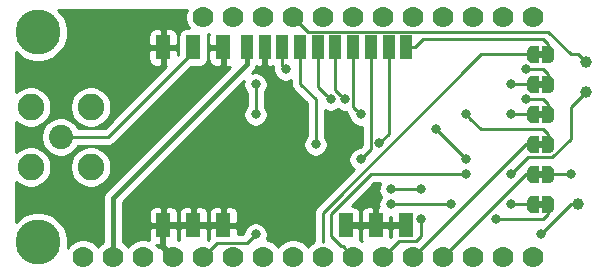
<source format=gbr>
G04 #@! TF.GenerationSoftware,KiCad,Pcbnew,(5.1.0-0)*
G04 #@! TF.CreationDate,2019-05-27T18:32:18+02:00*
G04 #@! TF.ProjectId,huzzah-cc112x-shield,68757a7a-6168-42d6-9363-313132782d73,1*
G04 #@! TF.SameCoordinates,Original*
G04 #@! TF.FileFunction,Copper,L1,Top*
G04 #@! TF.FilePolarity,Positive*
%FSLAX46Y46*%
G04 Gerber Fmt 4.6, Leading zero omitted, Abs format (unit mm)*
G04 Created by KiCad (PCBNEW (5.1.0-0)) date 2019-05-27 18:32:18*
%MOMM*%
%LPD*%
G04 APERTURE LIST*
%ADD10C,0.100000*%
%ADD11C,0.500000*%
%ADD12C,1.000000*%
%ADD13C,1.778000*%
%ADD14C,3.810000*%
%ADD15R,1.000000X2.000000*%
%ADD16R,1.200000X2.000000*%
%ADD17C,2.050000*%
%ADD18C,2.250000*%
%ADD19C,0.800000*%
%ADD20C,0.400000*%
%ADD21C,0.250000*%
%ADD22C,0.500000*%
%ADD23C,0.254000*%
G04 APERTURE END LIST*
D10*
G36*
X58670000Y-22560000D02*
G01*
X58170000Y-22560000D01*
X58170000Y-23160000D01*
X58670000Y-23160000D01*
X58670000Y-22560000D01*
G37*
G36*
X58670000Y-20020000D02*
G01*
X58170000Y-20020000D01*
X58170000Y-20620000D01*
X58670000Y-20620000D01*
X58670000Y-20020000D01*
G37*
G36*
X58670000Y-27640000D02*
G01*
X58170000Y-27640000D01*
X58170000Y-28240000D01*
X58670000Y-28240000D01*
X58670000Y-27640000D01*
G37*
G36*
X58670000Y-25100000D02*
G01*
X58170000Y-25100000D01*
X58170000Y-25700000D01*
X58670000Y-25700000D01*
X58670000Y-25100000D01*
G37*
G36*
X58670000Y-30180000D02*
G01*
X58170000Y-30180000D01*
X58170000Y-30780000D01*
X58670000Y-30780000D01*
X58670000Y-30180000D01*
G37*
G36*
X58670000Y-17480000D02*
G01*
X58170000Y-17480000D01*
X58170000Y-18080000D01*
X58670000Y-18080000D01*
X58670000Y-17480000D01*
G37*
D11*
X57770000Y-22860000D03*
D10*
G36*
X58270000Y-23610000D02*
G01*
X57770000Y-23610000D01*
X57770000Y-23609398D01*
X57745466Y-23609398D01*
X57696635Y-23604588D01*
X57648510Y-23595016D01*
X57601555Y-23580772D01*
X57556222Y-23561995D01*
X57512949Y-23538864D01*
X57472150Y-23511604D01*
X57434221Y-23480476D01*
X57399524Y-23445779D01*
X57368396Y-23407850D01*
X57341136Y-23367051D01*
X57318005Y-23323778D01*
X57299228Y-23278445D01*
X57284984Y-23231490D01*
X57275412Y-23183365D01*
X57270602Y-23134534D01*
X57270602Y-23110000D01*
X57270000Y-23110000D01*
X57270000Y-22610000D01*
X57270602Y-22610000D01*
X57270602Y-22585466D01*
X57275412Y-22536635D01*
X57284984Y-22488510D01*
X57299228Y-22441555D01*
X57318005Y-22396222D01*
X57341136Y-22352949D01*
X57368396Y-22312150D01*
X57399524Y-22274221D01*
X57434221Y-22239524D01*
X57472150Y-22208396D01*
X57512949Y-22181136D01*
X57556222Y-22158005D01*
X57601555Y-22139228D01*
X57648510Y-22124984D01*
X57696635Y-22115412D01*
X57745466Y-22110602D01*
X57770000Y-22110602D01*
X57770000Y-22110000D01*
X58270000Y-22110000D01*
X58270000Y-23610000D01*
X58270000Y-23610000D01*
G37*
D11*
X59070000Y-22860000D03*
D10*
G36*
X59070000Y-22110602D02*
G01*
X59094534Y-22110602D01*
X59143365Y-22115412D01*
X59191490Y-22124984D01*
X59238445Y-22139228D01*
X59283778Y-22158005D01*
X59327051Y-22181136D01*
X59367850Y-22208396D01*
X59405779Y-22239524D01*
X59440476Y-22274221D01*
X59471604Y-22312150D01*
X59498864Y-22352949D01*
X59521995Y-22396222D01*
X59540772Y-22441555D01*
X59555016Y-22488510D01*
X59564588Y-22536635D01*
X59569398Y-22585466D01*
X59569398Y-22610000D01*
X59570000Y-22610000D01*
X59570000Y-23110000D01*
X59569398Y-23110000D01*
X59569398Y-23134534D01*
X59564588Y-23183365D01*
X59555016Y-23231490D01*
X59540772Y-23278445D01*
X59521995Y-23323778D01*
X59498864Y-23367051D01*
X59471604Y-23407850D01*
X59440476Y-23445779D01*
X59405779Y-23480476D01*
X59367850Y-23511604D01*
X59327051Y-23538864D01*
X59283778Y-23561995D01*
X59238445Y-23580772D01*
X59191490Y-23595016D01*
X59143365Y-23604588D01*
X59094534Y-23609398D01*
X59070000Y-23609398D01*
X59070000Y-23610000D01*
X58570000Y-23610000D01*
X58570000Y-22110000D01*
X59070000Y-22110000D01*
X59070000Y-22110602D01*
X59070000Y-22110602D01*
G37*
D12*
X62230000Y-20955000D03*
X62230000Y-18415000D03*
X61595000Y-30480000D03*
D11*
X57770000Y-20320000D03*
D10*
G36*
X58270000Y-21070000D02*
G01*
X57770000Y-21070000D01*
X57770000Y-21069398D01*
X57745466Y-21069398D01*
X57696635Y-21064588D01*
X57648510Y-21055016D01*
X57601555Y-21040772D01*
X57556222Y-21021995D01*
X57512949Y-20998864D01*
X57472150Y-20971604D01*
X57434221Y-20940476D01*
X57399524Y-20905779D01*
X57368396Y-20867850D01*
X57341136Y-20827051D01*
X57318005Y-20783778D01*
X57299228Y-20738445D01*
X57284984Y-20691490D01*
X57275412Y-20643365D01*
X57270602Y-20594534D01*
X57270602Y-20570000D01*
X57270000Y-20570000D01*
X57270000Y-20070000D01*
X57270602Y-20070000D01*
X57270602Y-20045466D01*
X57275412Y-19996635D01*
X57284984Y-19948510D01*
X57299228Y-19901555D01*
X57318005Y-19856222D01*
X57341136Y-19812949D01*
X57368396Y-19772150D01*
X57399524Y-19734221D01*
X57434221Y-19699524D01*
X57472150Y-19668396D01*
X57512949Y-19641136D01*
X57556222Y-19618005D01*
X57601555Y-19599228D01*
X57648510Y-19584984D01*
X57696635Y-19575412D01*
X57745466Y-19570602D01*
X57770000Y-19570602D01*
X57770000Y-19570000D01*
X58270000Y-19570000D01*
X58270000Y-21070000D01*
X58270000Y-21070000D01*
G37*
D11*
X59070000Y-20320000D03*
D10*
G36*
X59070000Y-19570602D02*
G01*
X59094534Y-19570602D01*
X59143365Y-19575412D01*
X59191490Y-19584984D01*
X59238445Y-19599228D01*
X59283778Y-19618005D01*
X59327051Y-19641136D01*
X59367850Y-19668396D01*
X59405779Y-19699524D01*
X59440476Y-19734221D01*
X59471604Y-19772150D01*
X59498864Y-19812949D01*
X59521995Y-19856222D01*
X59540772Y-19901555D01*
X59555016Y-19948510D01*
X59564588Y-19996635D01*
X59569398Y-20045466D01*
X59569398Y-20070000D01*
X59570000Y-20070000D01*
X59570000Y-20570000D01*
X59569398Y-20570000D01*
X59569398Y-20594534D01*
X59564588Y-20643365D01*
X59555016Y-20691490D01*
X59540772Y-20738445D01*
X59521995Y-20783778D01*
X59498864Y-20827051D01*
X59471604Y-20867850D01*
X59440476Y-20905779D01*
X59405779Y-20940476D01*
X59367850Y-20971604D01*
X59327051Y-20998864D01*
X59283778Y-21021995D01*
X59238445Y-21040772D01*
X59191490Y-21055016D01*
X59143365Y-21064588D01*
X59094534Y-21069398D01*
X59070000Y-21069398D01*
X59070000Y-21070000D01*
X58570000Y-21070000D01*
X58570000Y-19570000D01*
X59070000Y-19570000D01*
X59070000Y-19570602D01*
X59070000Y-19570602D01*
G37*
D11*
X57770000Y-27940000D03*
D10*
G36*
X58270000Y-28690000D02*
G01*
X57770000Y-28690000D01*
X57770000Y-28689398D01*
X57745466Y-28689398D01*
X57696635Y-28684588D01*
X57648510Y-28675016D01*
X57601555Y-28660772D01*
X57556222Y-28641995D01*
X57512949Y-28618864D01*
X57472150Y-28591604D01*
X57434221Y-28560476D01*
X57399524Y-28525779D01*
X57368396Y-28487850D01*
X57341136Y-28447051D01*
X57318005Y-28403778D01*
X57299228Y-28358445D01*
X57284984Y-28311490D01*
X57275412Y-28263365D01*
X57270602Y-28214534D01*
X57270602Y-28190000D01*
X57270000Y-28190000D01*
X57270000Y-27690000D01*
X57270602Y-27690000D01*
X57270602Y-27665466D01*
X57275412Y-27616635D01*
X57284984Y-27568510D01*
X57299228Y-27521555D01*
X57318005Y-27476222D01*
X57341136Y-27432949D01*
X57368396Y-27392150D01*
X57399524Y-27354221D01*
X57434221Y-27319524D01*
X57472150Y-27288396D01*
X57512949Y-27261136D01*
X57556222Y-27238005D01*
X57601555Y-27219228D01*
X57648510Y-27204984D01*
X57696635Y-27195412D01*
X57745466Y-27190602D01*
X57770000Y-27190602D01*
X57770000Y-27190000D01*
X58270000Y-27190000D01*
X58270000Y-28690000D01*
X58270000Y-28690000D01*
G37*
D11*
X59070000Y-27940000D03*
D10*
G36*
X59070000Y-27190602D02*
G01*
X59094534Y-27190602D01*
X59143365Y-27195412D01*
X59191490Y-27204984D01*
X59238445Y-27219228D01*
X59283778Y-27238005D01*
X59327051Y-27261136D01*
X59367850Y-27288396D01*
X59405779Y-27319524D01*
X59440476Y-27354221D01*
X59471604Y-27392150D01*
X59498864Y-27432949D01*
X59521995Y-27476222D01*
X59540772Y-27521555D01*
X59555016Y-27568510D01*
X59564588Y-27616635D01*
X59569398Y-27665466D01*
X59569398Y-27690000D01*
X59570000Y-27690000D01*
X59570000Y-28190000D01*
X59569398Y-28190000D01*
X59569398Y-28214534D01*
X59564588Y-28263365D01*
X59555016Y-28311490D01*
X59540772Y-28358445D01*
X59521995Y-28403778D01*
X59498864Y-28447051D01*
X59471604Y-28487850D01*
X59440476Y-28525779D01*
X59405779Y-28560476D01*
X59367850Y-28591604D01*
X59327051Y-28618864D01*
X59283778Y-28641995D01*
X59238445Y-28660772D01*
X59191490Y-28675016D01*
X59143365Y-28684588D01*
X59094534Y-28689398D01*
X59070000Y-28689398D01*
X59070000Y-28690000D01*
X58570000Y-28690000D01*
X58570000Y-27190000D01*
X59070000Y-27190000D01*
X59070000Y-27190602D01*
X59070000Y-27190602D01*
G37*
D11*
X57770000Y-25400000D03*
D10*
G36*
X58270000Y-26150000D02*
G01*
X57770000Y-26150000D01*
X57770000Y-26149398D01*
X57745466Y-26149398D01*
X57696635Y-26144588D01*
X57648510Y-26135016D01*
X57601555Y-26120772D01*
X57556222Y-26101995D01*
X57512949Y-26078864D01*
X57472150Y-26051604D01*
X57434221Y-26020476D01*
X57399524Y-25985779D01*
X57368396Y-25947850D01*
X57341136Y-25907051D01*
X57318005Y-25863778D01*
X57299228Y-25818445D01*
X57284984Y-25771490D01*
X57275412Y-25723365D01*
X57270602Y-25674534D01*
X57270602Y-25650000D01*
X57270000Y-25650000D01*
X57270000Y-25150000D01*
X57270602Y-25150000D01*
X57270602Y-25125466D01*
X57275412Y-25076635D01*
X57284984Y-25028510D01*
X57299228Y-24981555D01*
X57318005Y-24936222D01*
X57341136Y-24892949D01*
X57368396Y-24852150D01*
X57399524Y-24814221D01*
X57434221Y-24779524D01*
X57472150Y-24748396D01*
X57512949Y-24721136D01*
X57556222Y-24698005D01*
X57601555Y-24679228D01*
X57648510Y-24664984D01*
X57696635Y-24655412D01*
X57745466Y-24650602D01*
X57770000Y-24650602D01*
X57770000Y-24650000D01*
X58270000Y-24650000D01*
X58270000Y-26150000D01*
X58270000Y-26150000D01*
G37*
D11*
X59070000Y-25400000D03*
D10*
G36*
X59070000Y-24650602D02*
G01*
X59094534Y-24650602D01*
X59143365Y-24655412D01*
X59191490Y-24664984D01*
X59238445Y-24679228D01*
X59283778Y-24698005D01*
X59327051Y-24721136D01*
X59367850Y-24748396D01*
X59405779Y-24779524D01*
X59440476Y-24814221D01*
X59471604Y-24852150D01*
X59498864Y-24892949D01*
X59521995Y-24936222D01*
X59540772Y-24981555D01*
X59555016Y-25028510D01*
X59564588Y-25076635D01*
X59569398Y-25125466D01*
X59569398Y-25150000D01*
X59570000Y-25150000D01*
X59570000Y-25650000D01*
X59569398Y-25650000D01*
X59569398Y-25674534D01*
X59564588Y-25723365D01*
X59555016Y-25771490D01*
X59540772Y-25818445D01*
X59521995Y-25863778D01*
X59498864Y-25907051D01*
X59471604Y-25947850D01*
X59440476Y-25985779D01*
X59405779Y-26020476D01*
X59367850Y-26051604D01*
X59327051Y-26078864D01*
X59283778Y-26101995D01*
X59238445Y-26120772D01*
X59191490Y-26135016D01*
X59143365Y-26144588D01*
X59094534Y-26149398D01*
X59070000Y-26149398D01*
X59070000Y-26150000D01*
X58570000Y-26150000D01*
X58570000Y-24650000D01*
X59070000Y-24650000D01*
X59070000Y-24650602D01*
X59070000Y-24650602D01*
G37*
D11*
X57770000Y-30480000D03*
D10*
G36*
X58270000Y-31230000D02*
G01*
X57770000Y-31230000D01*
X57770000Y-31229398D01*
X57745466Y-31229398D01*
X57696635Y-31224588D01*
X57648510Y-31215016D01*
X57601555Y-31200772D01*
X57556222Y-31181995D01*
X57512949Y-31158864D01*
X57472150Y-31131604D01*
X57434221Y-31100476D01*
X57399524Y-31065779D01*
X57368396Y-31027850D01*
X57341136Y-30987051D01*
X57318005Y-30943778D01*
X57299228Y-30898445D01*
X57284984Y-30851490D01*
X57275412Y-30803365D01*
X57270602Y-30754534D01*
X57270602Y-30730000D01*
X57270000Y-30730000D01*
X57270000Y-30230000D01*
X57270602Y-30230000D01*
X57270602Y-30205466D01*
X57275412Y-30156635D01*
X57284984Y-30108510D01*
X57299228Y-30061555D01*
X57318005Y-30016222D01*
X57341136Y-29972949D01*
X57368396Y-29932150D01*
X57399524Y-29894221D01*
X57434221Y-29859524D01*
X57472150Y-29828396D01*
X57512949Y-29801136D01*
X57556222Y-29778005D01*
X57601555Y-29759228D01*
X57648510Y-29744984D01*
X57696635Y-29735412D01*
X57745466Y-29730602D01*
X57770000Y-29730602D01*
X57770000Y-29730000D01*
X58270000Y-29730000D01*
X58270000Y-31230000D01*
X58270000Y-31230000D01*
G37*
D11*
X59070000Y-30480000D03*
D10*
G36*
X59070000Y-29730602D02*
G01*
X59094534Y-29730602D01*
X59143365Y-29735412D01*
X59191490Y-29744984D01*
X59238445Y-29759228D01*
X59283778Y-29778005D01*
X59327051Y-29801136D01*
X59367850Y-29828396D01*
X59405779Y-29859524D01*
X59440476Y-29894221D01*
X59471604Y-29932150D01*
X59498864Y-29972949D01*
X59521995Y-30016222D01*
X59540772Y-30061555D01*
X59555016Y-30108510D01*
X59564588Y-30156635D01*
X59569398Y-30205466D01*
X59569398Y-30230000D01*
X59570000Y-30230000D01*
X59570000Y-30730000D01*
X59569398Y-30730000D01*
X59569398Y-30754534D01*
X59564588Y-30803365D01*
X59555016Y-30851490D01*
X59540772Y-30898445D01*
X59521995Y-30943778D01*
X59498864Y-30987051D01*
X59471604Y-31027850D01*
X59440476Y-31065779D01*
X59405779Y-31100476D01*
X59367850Y-31131604D01*
X59327051Y-31158864D01*
X59283778Y-31181995D01*
X59238445Y-31200772D01*
X59191490Y-31215016D01*
X59143365Y-31224588D01*
X59094534Y-31229398D01*
X59070000Y-31229398D01*
X59070000Y-31230000D01*
X58570000Y-31230000D01*
X58570000Y-29730000D01*
X59070000Y-29730000D01*
X59070000Y-29730602D01*
X59070000Y-29730602D01*
G37*
D11*
X57770000Y-17780000D03*
D10*
G36*
X58270000Y-18530000D02*
G01*
X57770000Y-18530000D01*
X57770000Y-18529398D01*
X57745466Y-18529398D01*
X57696635Y-18524588D01*
X57648510Y-18515016D01*
X57601555Y-18500772D01*
X57556222Y-18481995D01*
X57512949Y-18458864D01*
X57472150Y-18431604D01*
X57434221Y-18400476D01*
X57399524Y-18365779D01*
X57368396Y-18327850D01*
X57341136Y-18287051D01*
X57318005Y-18243778D01*
X57299228Y-18198445D01*
X57284984Y-18151490D01*
X57275412Y-18103365D01*
X57270602Y-18054534D01*
X57270602Y-18030000D01*
X57270000Y-18030000D01*
X57270000Y-17530000D01*
X57270602Y-17530000D01*
X57270602Y-17505466D01*
X57275412Y-17456635D01*
X57284984Y-17408510D01*
X57299228Y-17361555D01*
X57318005Y-17316222D01*
X57341136Y-17272949D01*
X57368396Y-17232150D01*
X57399524Y-17194221D01*
X57434221Y-17159524D01*
X57472150Y-17128396D01*
X57512949Y-17101136D01*
X57556222Y-17078005D01*
X57601555Y-17059228D01*
X57648510Y-17044984D01*
X57696635Y-17035412D01*
X57745466Y-17030602D01*
X57770000Y-17030602D01*
X57770000Y-17030000D01*
X58270000Y-17030000D01*
X58270000Y-18530000D01*
X58270000Y-18530000D01*
G37*
D11*
X59070000Y-17780000D03*
D10*
G36*
X59070000Y-17030602D02*
G01*
X59094534Y-17030602D01*
X59143365Y-17035412D01*
X59191490Y-17044984D01*
X59238445Y-17059228D01*
X59283778Y-17078005D01*
X59327051Y-17101136D01*
X59367850Y-17128396D01*
X59405779Y-17159524D01*
X59440476Y-17194221D01*
X59471604Y-17232150D01*
X59498864Y-17272949D01*
X59521995Y-17316222D01*
X59540772Y-17361555D01*
X59555016Y-17408510D01*
X59564588Y-17456635D01*
X59569398Y-17505466D01*
X59569398Y-17530000D01*
X59570000Y-17530000D01*
X59570000Y-18030000D01*
X59569398Y-18030000D01*
X59569398Y-18054534D01*
X59564588Y-18103365D01*
X59555016Y-18151490D01*
X59540772Y-18198445D01*
X59521995Y-18243778D01*
X59498864Y-18287051D01*
X59471604Y-18327850D01*
X59440476Y-18365779D01*
X59405779Y-18400476D01*
X59367850Y-18431604D01*
X59327051Y-18458864D01*
X59283778Y-18481995D01*
X59238445Y-18500772D01*
X59191490Y-18515016D01*
X59143365Y-18524588D01*
X59094534Y-18529398D01*
X59070000Y-18529398D01*
X59070000Y-18530000D01*
X58570000Y-18530000D01*
X58570000Y-17030000D01*
X59070000Y-17030000D01*
X59070000Y-17030602D01*
X59070000Y-17030602D01*
G37*
D13*
X19685000Y-34925000D03*
X22225000Y-34925000D03*
X24765000Y-34925000D03*
X27305000Y-34925000D03*
X57785000Y-34925000D03*
X55245000Y-34925000D03*
X52705000Y-34925000D03*
X50165000Y-34925000D03*
X47625000Y-34925000D03*
X45085000Y-34925000D03*
X42545000Y-34925000D03*
X40005000Y-34925000D03*
X37465000Y-34925000D03*
X34925000Y-34925000D03*
X32385000Y-34925000D03*
X29845000Y-34925000D03*
X57785000Y-14605000D03*
X55245000Y-14605000D03*
X52705000Y-14605000D03*
X50165000Y-14605000D03*
X47625000Y-14605000D03*
X45085000Y-14605000D03*
X42545000Y-14605000D03*
X40005000Y-14605000D03*
X37465000Y-14605000D03*
X34925000Y-14605000D03*
X32385000Y-14605000D03*
X29845000Y-14605000D03*
D14*
X15875000Y-33655000D03*
X15875000Y-15875000D03*
D15*
X47050000Y-17190000D03*
X45550000Y-17190000D03*
X44050000Y-17190000D03*
X42550000Y-17190000D03*
X41050000Y-17190000D03*
X39550000Y-17190000D03*
X38050000Y-17190000D03*
X36550000Y-17190000D03*
X35050000Y-17190000D03*
X33550000Y-17190000D03*
D16*
X31530000Y-17190000D03*
X28990000Y-17190000D03*
X26450000Y-17190000D03*
X46980000Y-32250000D03*
X44440000Y-32250000D03*
X41900000Y-32250000D03*
X31560000Y-32250000D03*
X29020000Y-32250000D03*
X26480000Y-32250000D03*
D17*
X17780000Y-24765000D03*
D18*
X20320000Y-22225000D03*
X15240000Y-22225000D03*
X15240000Y-27305000D03*
X20320000Y-27305000D03*
D19*
X34290000Y-22860000D03*
X34290000Y-20320000D03*
X34290000Y-33020000D03*
X55880000Y-20320000D03*
X55880000Y-30480000D03*
X50800000Y-30480000D03*
X45720000Y-30480000D03*
X58420000Y-33020000D03*
X55880000Y-27940000D03*
X52070000Y-27940000D03*
X48260000Y-31750000D03*
X55880000Y-22860000D03*
X44450000Y-29210000D03*
X41910000Y-27940000D03*
X44775000Y-25250068D03*
X54610000Y-31750000D03*
X48260000Y-29210000D03*
X43180000Y-26670000D03*
X45720012Y-29210000D03*
X43180000Y-22860000D03*
X52070010Y-22860000D03*
X57150000Y-21590000D03*
X41824996Y-21590000D03*
X60960000Y-27940000D03*
X40640012Y-21590000D03*
X49530000Y-24130000D03*
X52069970Y-26670000D03*
X39370000Y-25400000D03*
X57150094Y-19050000D03*
X36830000Y-19050000D03*
D20*
X22225000Y-33667765D02*
X22225000Y-34925000D01*
X22225000Y-29915000D02*
X22225000Y-33667765D01*
X33550000Y-18590000D02*
X22225000Y-29915000D01*
X33550000Y-17190000D02*
X33550000Y-18590000D01*
D21*
X19229568Y-24765000D02*
X17780000Y-24765000D01*
X21815000Y-24765000D02*
X19229568Y-24765000D01*
X28990000Y-17590000D02*
X21815000Y-24765000D01*
X28990000Y-17190000D02*
X28990000Y-17590000D01*
X60960000Y-17780000D02*
X61595000Y-17780000D01*
X59044999Y-15864999D02*
X60960000Y-17780000D01*
X38724999Y-15864999D02*
X59044999Y-15864999D01*
X61595000Y-17780000D02*
X62230000Y-18415000D01*
X37465000Y-14605000D02*
X38724999Y-15864999D01*
X34290000Y-22860000D02*
X34290000Y-20320000D01*
X30733999Y-34036001D02*
X29845000Y-34925000D01*
X31059001Y-33710999D02*
X30733999Y-34036001D01*
X33599001Y-33710999D02*
X31059001Y-33710999D01*
X34290000Y-33020000D02*
X33599001Y-33710999D01*
X57770000Y-20320000D02*
X55880000Y-20320000D01*
X57770000Y-30480000D02*
X55880000Y-30480000D01*
X50800000Y-30480000D02*
X45720000Y-30480000D01*
X60960000Y-30480000D02*
X58420000Y-33020000D01*
X60960000Y-30480000D02*
X61595000Y-30480000D01*
X40005000Y-31163998D02*
X40005000Y-33667765D01*
X57770000Y-17780000D02*
X53388998Y-17780000D01*
X53388998Y-17780000D02*
X40005000Y-31163998D01*
X57344990Y-26475010D02*
X55880000Y-27940000D01*
X59408328Y-26475010D02*
X57344990Y-26475010D01*
X60960000Y-24923338D02*
X59408328Y-26475010D01*
X40640000Y-33175002D02*
X40640000Y-31324998D01*
X41500999Y-34036001D02*
X40640000Y-33175002D01*
X40640000Y-31324998D02*
X44024998Y-27940000D01*
X51504315Y-27940000D02*
X52070000Y-27940000D01*
X41656001Y-34036001D02*
X41500999Y-34036001D01*
X44024998Y-27940000D02*
X51504315Y-27940000D01*
X42545000Y-34925000D02*
X41656001Y-34036001D01*
X60960000Y-22225000D02*
X62230000Y-20955000D01*
X60960000Y-24923338D02*
X60960000Y-22225000D01*
X48260000Y-33155002D02*
X48260000Y-31750000D01*
X47840001Y-33575001D02*
X48260000Y-33155002D01*
X45085000Y-34925000D02*
X46434999Y-33575001D01*
X46434999Y-33575001D02*
X47840001Y-33575001D01*
X55880000Y-22860000D02*
X57770000Y-22860000D01*
X57150000Y-25400000D02*
X47625000Y-34925000D01*
X57770000Y-25400000D02*
X57150000Y-25400000D01*
X57150000Y-27940000D02*
X50165000Y-34925000D01*
X57770000Y-27940000D02*
X57150000Y-27940000D01*
D22*
X26480000Y-34100000D02*
X27305000Y-34925000D01*
X26480000Y-32250000D02*
X26480000Y-34100000D01*
X27330000Y-32250000D02*
X29020000Y-32250000D01*
X26480000Y-32250000D02*
X27330000Y-32250000D01*
X30710000Y-32250000D02*
X29020000Y-32250000D01*
X31560000Y-32250000D02*
X30710000Y-32250000D01*
X42750000Y-32250000D02*
X44440000Y-32250000D01*
X41900000Y-32250000D02*
X42750000Y-32250000D01*
X45290000Y-32250000D02*
X46980000Y-32250000D01*
X44440000Y-32250000D02*
X45290000Y-32250000D01*
D21*
X47800000Y-17190000D02*
X47050000Y-17190000D01*
X48480000Y-16510000D02*
X47800000Y-17190000D01*
X58647592Y-16510000D02*
X48480000Y-16510000D01*
X59070000Y-16932408D02*
X58647592Y-16510000D01*
X59070000Y-17780000D02*
X59070000Y-16932408D01*
X45550000Y-17190000D02*
X45550000Y-24475068D01*
X45550000Y-24475068D02*
X44775000Y-25250068D01*
X58647592Y-31750000D02*
X54610000Y-31750000D01*
X59070000Y-31327592D02*
X58647592Y-31750000D01*
X44050000Y-25800000D02*
X44050000Y-17190000D01*
X43180000Y-26670000D02*
X44050000Y-25800000D01*
X59070000Y-30480000D02*
X59070000Y-31327592D01*
X48260000Y-29210000D02*
X45720012Y-29210000D01*
X42550000Y-17190000D02*
X42550000Y-22230000D01*
X42550000Y-22230000D02*
X42780001Y-22460001D01*
X42780001Y-22460001D02*
X43180000Y-22860000D01*
X52470009Y-23259999D02*
X52070010Y-22860000D01*
X59070000Y-24552408D02*
X58647592Y-24130000D01*
X59070000Y-25400000D02*
X59070000Y-24552408D01*
X58647592Y-24130000D02*
X53340010Y-24130000D01*
X53340010Y-24130000D02*
X52470009Y-23259999D01*
X57150000Y-21590000D02*
X58647592Y-21590000D01*
X58647592Y-21590000D02*
X59070000Y-22012408D01*
X59070000Y-22860000D02*
X59070000Y-22012408D01*
X41050000Y-17190000D02*
X41050000Y-20815004D01*
X41050000Y-20815004D02*
X41424997Y-21190001D01*
X41424997Y-21190001D02*
X41824996Y-21590000D01*
X59070000Y-27940000D02*
X60960000Y-27940000D01*
X39550000Y-17190000D02*
X39550000Y-20499988D01*
X39550000Y-20499988D02*
X40240013Y-21190001D01*
X40240013Y-21190001D02*
X40640012Y-21590000D01*
X49530000Y-24130000D02*
X52069970Y-26669970D01*
X52069970Y-26669970D02*
X52069970Y-26670000D01*
X38050000Y-20270000D02*
X38050000Y-17190000D01*
X39370000Y-25400000D02*
X39370000Y-21590000D01*
X39370000Y-21590000D02*
X38050000Y-20270000D01*
X59070000Y-19472408D02*
X58647592Y-19050000D01*
X57715779Y-19050000D02*
X57150094Y-19050000D01*
X58647592Y-19050000D02*
X57715779Y-19050000D01*
X59070000Y-20320000D02*
X59070000Y-19472408D01*
X36550000Y-17190000D02*
X36550000Y-18770000D01*
X36550000Y-18770000D02*
X36830000Y-19050000D01*
D23*
G36*
X27498748Y-34910858D02*
G01*
X27484605Y-34925000D01*
X27498748Y-34939143D01*
X27319143Y-35118748D01*
X27305000Y-35104605D01*
X27290858Y-35118748D01*
X27111253Y-34939143D01*
X27125395Y-34925000D01*
X27111253Y-34910858D01*
X27290858Y-34731253D01*
X27305000Y-34745395D01*
X27319143Y-34731253D01*
X27498748Y-34910858D01*
X27498748Y-34910858D01*
G37*
X27498748Y-34910858D02*
X27484605Y-34925000D01*
X27498748Y-34939143D01*
X27319143Y-35118748D01*
X27305000Y-35104605D01*
X27290858Y-35118748D01*
X27111253Y-34939143D01*
X27125395Y-34925000D01*
X27111253Y-34910858D01*
X27290858Y-34731253D01*
X27305000Y-34745395D01*
X27319143Y-34731253D01*
X27498748Y-34910858D01*
G36*
X28379566Y-14160466D02*
G01*
X28321000Y-14454899D01*
X28321000Y-14755101D01*
X28379566Y-15049534D01*
X28494449Y-15326885D01*
X28644818Y-15551928D01*
X28390000Y-15551928D01*
X28265518Y-15564188D01*
X28145820Y-15600498D01*
X28035506Y-15659463D01*
X27938815Y-15738815D01*
X27859463Y-15835506D01*
X27800498Y-15945820D01*
X27764188Y-16065518D01*
X27751928Y-16190000D01*
X27751928Y-17753270D01*
X27686475Y-17818723D01*
X27685000Y-17475750D01*
X27526250Y-17317000D01*
X26577000Y-17317000D01*
X26577000Y-18666250D01*
X26707974Y-18797224D01*
X21500199Y-24005000D01*
X19261969Y-24005000D01*
X19251073Y-23978695D01*
X19069406Y-23706812D01*
X18838188Y-23475594D01*
X18566305Y-23293927D01*
X18264204Y-23168793D01*
X17943496Y-23105000D01*
X17616504Y-23105000D01*
X17295796Y-23168793D01*
X16993695Y-23293927D01*
X16721812Y-23475594D01*
X16490594Y-23706812D01*
X16308927Y-23978695D01*
X16183793Y-24280796D01*
X16120000Y-24601504D01*
X16120000Y-24928496D01*
X16183793Y-25249204D01*
X16308927Y-25551305D01*
X16490594Y-25823188D01*
X16721812Y-26054406D01*
X16993695Y-26236073D01*
X17295796Y-26361207D01*
X17616504Y-26425000D01*
X17943496Y-26425000D01*
X18264204Y-26361207D01*
X18566305Y-26236073D01*
X18838188Y-26054406D01*
X19069406Y-25823188D01*
X19251073Y-25551305D01*
X19261969Y-25525000D01*
X21777678Y-25525000D01*
X21815000Y-25528676D01*
X21852322Y-25525000D01*
X21852333Y-25525000D01*
X21963986Y-25514003D01*
X22107247Y-25470546D01*
X22239276Y-25399974D01*
X22355001Y-25305001D01*
X22378804Y-25275997D01*
X28826730Y-18828072D01*
X29590000Y-18828072D01*
X29714482Y-18815812D01*
X29834180Y-18779502D01*
X29944494Y-18720537D01*
X30041185Y-18641185D01*
X30120537Y-18544494D01*
X30179502Y-18434180D01*
X30215812Y-18314482D01*
X30228072Y-18190000D01*
X30291928Y-18190000D01*
X30304188Y-18314482D01*
X30340498Y-18434180D01*
X30399463Y-18544494D01*
X30478815Y-18641185D01*
X30575506Y-18720537D01*
X30685820Y-18779502D01*
X30805518Y-18815812D01*
X30930000Y-18828072D01*
X31244250Y-18825000D01*
X31403000Y-18666250D01*
X31403000Y-17317000D01*
X30453750Y-17317000D01*
X30295000Y-17475750D01*
X30291928Y-18190000D01*
X30228072Y-18190000D01*
X30228072Y-16190000D01*
X30217703Y-16084722D01*
X30289534Y-16070434D01*
X30304588Y-16064198D01*
X30304188Y-16065518D01*
X30291928Y-16190000D01*
X30295000Y-16904250D01*
X30453750Y-17063000D01*
X31403000Y-17063000D01*
X31403000Y-17043000D01*
X31657000Y-17043000D01*
X31657000Y-17063000D01*
X31677000Y-17063000D01*
X31677000Y-17317000D01*
X31657000Y-17317000D01*
X31657000Y-18666250D01*
X31815750Y-18825000D01*
X32130000Y-18828072D01*
X32131175Y-18827956D01*
X21663579Y-29295554D01*
X21631709Y-29321709D01*
X21530528Y-29445000D01*
X21527364Y-29448855D01*
X21449828Y-29593914D01*
X21402082Y-29751312D01*
X21385960Y-29915000D01*
X21390000Y-29956019D01*
X21390001Y-33626737D01*
X21390000Y-33626747D01*
X21390000Y-33650030D01*
X21253507Y-33741232D01*
X21041232Y-33953507D01*
X20955000Y-34082562D01*
X20868768Y-33953507D01*
X20656493Y-33741232D01*
X20406885Y-33574449D01*
X20129534Y-33459566D01*
X19835101Y-33401000D01*
X19534899Y-33401000D01*
X19240466Y-33459566D01*
X18963115Y-33574449D01*
X18713507Y-33741232D01*
X18501232Y-33953507D01*
X18364757Y-34157756D01*
X18415000Y-33905168D01*
X18415000Y-33404832D01*
X18317389Y-32914109D01*
X18125919Y-32451859D01*
X17847947Y-32035844D01*
X17494156Y-31682053D01*
X17078141Y-31404081D01*
X16615891Y-31212611D01*
X16125168Y-31115000D01*
X15624832Y-31115000D01*
X15134109Y-31212611D01*
X14671859Y-31404081D01*
X14255844Y-31682053D01*
X13995000Y-31942897D01*
X13995000Y-28549016D01*
X14118065Y-28672081D01*
X14406327Y-28864692D01*
X14726627Y-28997364D01*
X15066655Y-29065000D01*
X15413345Y-29065000D01*
X15753373Y-28997364D01*
X16073673Y-28864692D01*
X16361935Y-28672081D01*
X16607081Y-28426935D01*
X16799692Y-28138673D01*
X16932364Y-27818373D01*
X17000000Y-27478345D01*
X17000000Y-27131655D01*
X18560000Y-27131655D01*
X18560000Y-27478345D01*
X18627636Y-27818373D01*
X18760308Y-28138673D01*
X18952919Y-28426935D01*
X19198065Y-28672081D01*
X19486327Y-28864692D01*
X19806627Y-28997364D01*
X20146655Y-29065000D01*
X20493345Y-29065000D01*
X20833373Y-28997364D01*
X21153673Y-28864692D01*
X21441935Y-28672081D01*
X21687081Y-28426935D01*
X21879692Y-28138673D01*
X22012364Y-27818373D01*
X22080000Y-27478345D01*
X22080000Y-27131655D01*
X22012364Y-26791627D01*
X21879692Y-26471327D01*
X21687081Y-26183065D01*
X21441935Y-25937919D01*
X21153673Y-25745308D01*
X20833373Y-25612636D01*
X20493345Y-25545000D01*
X20146655Y-25545000D01*
X19806627Y-25612636D01*
X19486327Y-25745308D01*
X19198065Y-25937919D01*
X18952919Y-26183065D01*
X18760308Y-26471327D01*
X18627636Y-26791627D01*
X18560000Y-27131655D01*
X17000000Y-27131655D01*
X16932364Y-26791627D01*
X16799692Y-26471327D01*
X16607081Y-26183065D01*
X16361935Y-25937919D01*
X16073673Y-25745308D01*
X15753373Y-25612636D01*
X15413345Y-25545000D01*
X15066655Y-25545000D01*
X14726627Y-25612636D01*
X14406327Y-25745308D01*
X14118065Y-25937919D01*
X13995000Y-26060984D01*
X13995000Y-23469016D01*
X14118065Y-23592081D01*
X14406327Y-23784692D01*
X14726627Y-23917364D01*
X15066655Y-23985000D01*
X15413345Y-23985000D01*
X15753373Y-23917364D01*
X16073673Y-23784692D01*
X16361935Y-23592081D01*
X16607081Y-23346935D01*
X16799692Y-23058673D01*
X16932364Y-22738373D01*
X17000000Y-22398345D01*
X17000000Y-22051655D01*
X18560000Y-22051655D01*
X18560000Y-22398345D01*
X18627636Y-22738373D01*
X18760308Y-23058673D01*
X18952919Y-23346935D01*
X19198065Y-23592081D01*
X19486327Y-23784692D01*
X19806627Y-23917364D01*
X20146655Y-23985000D01*
X20493345Y-23985000D01*
X20833373Y-23917364D01*
X21153673Y-23784692D01*
X21441935Y-23592081D01*
X21687081Y-23346935D01*
X21879692Y-23058673D01*
X22012364Y-22738373D01*
X22080000Y-22398345D01*
X22080000Y-22051655D01*
X22012364Y-21711627D01*
X21879692Y-21391327D01*
X21687081Y-21103065D01*
X21441935Y-20857919D01*
X21153673Y-20665308D01*
X20833373Y-20532636D01*
X20493345Y-20465000D01*
X20146655Y-20465000D01*
X19806627Y-20532636D01*
X19486327Y-20665308D01*
X19198065Y-20857919D01*
X18952919Y-21103065D01*
X18760308Y-21391327D01*
X18627636Y-21711627D01*
X18560000Y-22051655D01*
X17000000Y-22051655D01*
X16932364Y-21711627D01*
X16799692Y-21391327D01*
X16607081Y-21103065D01*
X16361935Y-20857919D01*
X16073673Y-20665308D01*
X15753373Y-20532636D01*
X15413345Y-20465000D01*
X15066655Y-20465000D01*
X14726627Y-20532636D01*
X14406327Y-20665308D01*
X14118065Y-20857919D01*
X13995000Y-20980984D01*
X13995000Y-17587103D01*
X14255844Y-17847947D01*
X14671859Y-18125919D01*
X15134109Y-18317389D01*
X15624832Y-18415000D01*
X16125168Y-18415000D01*
X16615891Y-18317389D01*
X16923435Y-18190000D01*
X25211928Y-18190000D01*
X25224188Y-18314482D01*
X25260498Y-18434180D01*
X25319463Y-18544494D01*
X25398815Y-18641185D01*
X25495506Y-18720537D01*
X25605820Y-18779502D01*
X25725518Y-18815812D01*
X25850000Y-18828072D01*
X26164250Y-18825000D01*
X26323000Y-18666250D01*
X26323000Y-17317000D01*
X25373750Y-17317000D01*
X25215000Y-17475750D01*
X25211928Y-18190000D01*
X16923435Y-18190000D01*
X17078141Y-18125919D01*
X17494156Y-17847947D01*
X17847947Y-17494156D01*
X18125919Y-17078141D01*
X18317389Y-16615891D01*
X18402104Y-16190000D01*
X25211928Y-16190000D01*
X25215000Y-16904250D01*
X25373750Y-17063000D01*
X26323000Y-17063000D01*
X26323000Y-15713750D01*
X26577000Y-15713750D01*
X26577000Y-17063000D01*
X27526250Y-17063000D01*
X27685000Y-16904250D01*
X27688072Y-16190000D01*
X27675812Y-16065518D01*
X27639502Y-15945820D01*
X27580537Y-15835506D01*
X27501185Y-15738815D01*
X27404494Y-15659463D01*
X27294180Y-15600498D01*
X27174482Y-15564188D01*
X27050000Y-15551928D01*
X26735750Y-15555000D01*
X26577000Y-15713750D01*
X26323000Y-15713750D01*
X26164250Y-15555000D01*
X25850000Y-15551928D01*
X25725518Y-15564188D01*
X25605820Y-15600498D01*
X25495506Y-15659463D01*
X25398815Y-15738815D01*
X25319463Y-15835506D01*
X25260498Y-15945820D01*
X25224188Y-16065518D01*
X25211928Y-16190000D01*
X18402104Y-16190000D01*
X18415000Y-16125168D01*
X18415000Y-15624832D01*
X18317389Y-15134109D01*
X18125919Y-14671859D01*
X17847947Y-14255844D01*
X17587103Y-13995000D01*
X28448105Y-13995000D01*
X28379566Y-14160466D01*
X28379566Y-14160466D01*
G37*
X28379566Y-14160466D02*
X28321000Y-14454899D01*
X28321000Y-14755101D01*
X28379566Y-15049534D01*
X28494449Y-15326885D01*
X28644818Y-15551928D01*
X28390000Y-15551928D01*
X28265518Y-15564188D01*
X28145820Y-15600498D01*
X28035506Y-15659463D01*
X27938815Y-15738815D01*
X27859463Y-15835506D01*
X27800498Y-15945820D01*
X27764188Y-16065518D01*
X27751928Y-16190000D01*
X27751928Y-17753270D01*
X27686475Y-17818723D01*
X27685000Y-17475750D01*
X27526250Y-17317000D01*
X26577000Y-17317000D01*
X26577000Y-18666250D01*
X26707974Y-18797224D01*
X21500199Y-24005000D01*
X19261969Y-24005000D01*
X19251073Y-23978695D01*
X19069406Y-23706812D01*
X18838188Y-23475594D01*
X18566305Y-23293927D01*
X18264204Y-23168793D01*
X17943496Y-23105000D01*
X17616504Y-23105000D01*
X17295796Y-23168793D01*
X16993695Y-23293927D01*
X16721812Y-23475594D01*
X16490594Y-23706812D01*
X16308927Y-23978695D01*
X16183793Y-24280796D01*
X16120000Y-24601504D01*
X16120000Y-24928496D01*
X16183793Y-25249204D01*
X16308927Y-25551305D01*
X16490594Y-25823188D01*
X16721812Y-26054406D01*
X16993695Y-26236073D01*
X17295796Y-26361207D01*
X17616504Y-26425000D01*
X17943496Y-26425000D01*
X18264204Y-26361207D01*
X18566305Y-26236073D01*
X18838188Y-26054406D01*
X19069406Y-25823188D01*
X19251073Y-25551305D01*
X19261969Y-25525000D01*
X21777678Y-25525000D01*
X21815000Y-25528676D01*
X21852322Y-25525000D01*
X21852333Y-25525000D01*
X21963986Y-25514003D01*
X22107247Y-25470546D01*
X22239276Y-25399974D01*
X22355001Y-25305001D01*
X22378804Y-25275997D01*
X28826730Y-18828072D01*
X29590000Y-18828072D01*
X29714482Y-18815812D01*
X29834180Y-18779502D01*
X29944494Y-18720537D01*
X30041185Y-18641185D01*
X30120537Y-18544494D01*
X30179502Y-18434180D01*
X30215812Y-18314482D01*
X30228072Y-18190000D01*
X30291928Y-18190000D01*
X30304188Y-18314482D01*
X30340498Y-18434180D01*
X30399463Y-18544494D01*
X30478815Y-18641185D01*
X30575506Y-18720537D01*
X30685820Y-18779502D01*
X30805518Y-18815812D01*
X30930000Y-18828072D01*
X31244250Y-18825000D01*
X31403000Y-18666250D01*
X31403000Y-17317000D01*
X30453750Y-17317000D01*
X30295000Y-17475750D01*
X30291928Y-18190000D01*
X30228072Y-18190000D01*
X30228072Y-16190000D01*
X30217703Y-16084722D01*
X30289534Y-16070434D01*
X30304588Y-16064198D01*
X30304188Y-16065518D01*
X30291928Y-16190000D01*
X30295000Y-16904250D01*
X30453750Y-17063000D01*
X31403000Y-17063000D01*
X31403000Y-17043000D01*
X31657000Y-17043000D01*
X31657000Y-17063000D01*
X31677000Y-17063000D01*
X31677000Y-17317000D01*
X31657000Y-17317000D01*
X31657000Y-18666250D01*
X31815750Y-18825000D01*
X32130000Y-18828072D01*
X32131175Y-18827956D01*
X21663579Y-29295554D01*
X21631709Y-29321709D01*
X21530528Y-29445000D01*
X21527364Y-29448855D01*
X21449828Y-29593914D01*
X21402082Y-29751312D01*
X21385960Y-29915000D01*
X21390000Y-29956019D01*
X21390001Y-33626737D01*
X21390000Y-33626747D01*
X21390000Y-33650030D01*
X21253507Y-33741232D01*
X21041232Y-33953507D01*
X20955000Y-34082562D01*
X20868768Y-33953507D01*
X20656493Y-33741232D01*
X20406885Y-33574449D01*
X20129534Y-33459566D01*
X19835101Y-33401000D01*
X19534899Y-33401000D01*
X19240466Y-33459566D01*
X18963115Y-33574449D01*
X18713507Y-33741232D01*
X18501232Y-33953507D01*
X18364757Y-34157756D01*
X18415000Y-33905168D01*
X18415000Y-33404832D01*
X18317389Y-32914109D01*
X18125919Y-32451859D01*
X17847947Y-32035844D01*
X17494156Y-31682053D01*
X17078141Y-31404081D01*
X16615891Y-31212611D01*
X16125168Y-31115000D01*
X15624832Y-31115000D01*
X15134109Y-31212611D01*
X14671859Y-31404081D01*
X14255844Y-31682053D01*
X13995000Y-31942897D01*
X13995000Y-28549016D01*
X14118065Y-28672081D01*
X14406327Y-28864692D01*
X14726627Y-28997364D01*
X15066655Y-29065000D01*
X15413345Y-29065000D01*
X15753373Y-28997364D01*
X16073673Y-28864692D01*
X16361935Y-28672081D01*
X16607081Y-28426935D01*
X16799692Y-28138673D01*
X16932364Y-27818373D01*
X17000000Y-27478345D01*
X17000000Y-27131655D01*
X18560000Y-27131655D01*
X18560000Y-27478345D01*
X18627636Y-27818373D01*
X18760308Y-28138673D01*
X18952919Y-28426935D01*
X19198065Y-28672081D01*
X19486327Y-28864692D01*
X19806627Y-28997364D01*
X20146655Y-29065000D01*
X20493345Y-29065000D01*
X20833373Y-28997364D01*
X21153673Y-28864692D01*
X21441935Y-28672081D01*
X21687081Y-28426935D01*
X21879692Y-28138673D01*
X22012364Y-27818373D01*
X22080000Y-27478345D01*
X22080000Y-27131655D01*
X22012364Y-26791627D01*
X21879692Y-26471327D01*
X21687081Y-26183065D01*
X21441935Y-25937919D01*
X21153673Y-25745308D01*
X20833373Y-25612636D01*
X20493345Y-25545000D01*
X20146655Y-25545000D01*
X19806627Y-25612636D01*
X19486327Y-25745308D01*
X19198065Y-25937919D01*
X18952919Y-26183065D01*
X18760308Y-26471327D01*
X18627636Y-26791627D01*
X18560000Y-27131655D01*
X17000000Y-27131655D01*
X16932364Y-26791627D01*
X16799692Y-26471327D01*
X16607081Y-26183065D01*
X16361935Y-25937919D01*
X16073673Y-25745308D01*
X15753373Y-25612636D01*
X15413345Y-25545000D01*
X15066655Y-25545000D01*
X14726627Y-25612636D01*
X14406327Y-25745308D01*
X14118065Y-25937919D01*
X13995000Y-26060984D01*
X13995000Y-23469016D01*
X14118065Y-23592081D01*
X14406327Y-23784692D01*
X14726627Y-23917364D01*
X15066655Y-23985000D01*
X15413345Y-23985000D01*
X15753373Y-23917364D01*
X16073673Y-23784692D01*
X16361935Y-23592081D01*
X16607081Y-23346935D01*
X16799692Y-23058673D01*
X16932364Y-22738373D01*
X17000000Y-22398345D01*
X17000000Y-22051655D01*
X18560000Y-22051655D01*
X18560000Y-22398345D01*
X18627636Y-22738373D01*
X18760308Y-23058673D01*
X18952919Y-23346935D01*
X19198065Y-23592081D01*
X19486327Y-23784692D01*
X19806627Y-23917364D01*
X20146655Y-23985000D01*
X20493345Y-23985000D01*
X20833373Y-23917364D01*
X21153673Y-23784692D01*
X21441935Y-23592081D01*
X21687081Y-23346935D01*
X21879692Y-23058673D01*
X22012364Y-22738373D01*
X22080000Y-22398345D01*
X22080000Y-22051655D01*
X22012364Y-21711627D01*
X21879692Y-21391327D01*
X21687081Y-21103065D01*
X21441935Y-20857919D01*
X21153673Y-20665308D01*
X20833373Y-20532636D01*
X20493345Y-20465000D01*
X20146655Y-20465000D01*
X19806627Y-20532636D01*
X19486327Y-20665308D01*
X19198065Y-20857919D01*
X18952919Y-21103065D01*
X18760308Y-21391327D01*
X18627636Y-21711627D01*
X18560000Y-22051655D01*
X17000000Y-22051655D01*
X16932364Y-21711627D01*
X16799692Y-21391327D01*
X16607081Y-21103065D01*
X16361935Y-20857919D01*
X16073673Y-20665308D01*
X15753373Y-20532636D01*
X15413345Y-20465000D01*
X15066655Y-20465000D01*
X14726627Y-20532636D01*
X14406327Y-20665308D01*
X14118065Y-20857919D01*
X13995000Y-20980984D01*
X13995000Y-17587103D01*
X14255844Y-17847947D01*
X14671859Y-18125919D01*
X15134109Y-18317389D01*
X15624832Y-18415000D01*
X16125168Y-18415000D01*
X16615891Y-18317389D01*
X16923435Y-18190000D01*
X25211928Y-18190000D01*
X25224188Y-18314482D01*
X25260498Y-18434180D01*
X25319463Y-18544494D01*
X25398815Y-18641185D01*
X25495506Y-18720537D01*
X25605820Y-18779502D01*
X25725518Y-18815812D01*
X25850000Y-18828072D01*
X26164250Y-18825000D01*
X26323000Y-18666250D01*
X26323000Y-17317000D01*
X25373750Y-17317000D01*
X25215000Y-17475750D01*
X25211928Y-18190000D01*
X16923435Y-18190000D01*
X17078141Y-18125919D01*
X17494156Y-17847947D01*
X17847947Y-17494156D01*
X18125919Y-17078141D01*
X18317389Y-16615891D01*
X18402104Y-16190000D01*
X25211928Y-16190000D01*
X25215000Y-16904250D01*
X25373750Y-17063000D01*
X26323000Y-17063000D01*
X26323000Y-15713750D01*
X26577000Y-15713750D01*
X26577000Y-17063000D01*
X27526250Y-17063000D01*
X27685000Y-16904250D01*
X27688072Y-16190000D01*
X27675812Y-16065518D01*
X27639502Y-15945820D01*
X27580537Y-15835506D01*
X27501185Y-15738815D01*
X27404494Y-15659463D01*
X27294180Y-15600498D01*
X27174482Y-15564188D01*
X27050000Y-15551928D01*
X26735750Y-15555000D01*
X26577000Y-15713750D01*
X26323000Y-15713750D01*
X26164250Y-15555000D01*
X25850000Y-15551928D01*
X25725518Y-15564188D01*
X25605820Y-15600498D01*
X25495506Y-15659463D01*
X25398815Y-15738815D01*
X25319463Y-15835506D01*
X25260498Y-15945820D01*
X25224188Y-16065518D01*
X25211928Y-16190000D01*
X18402104Y-16190000D01*
X18415000Y-16125168D01*
X18415000Y-15624832D01*
X18317389Y-15134109D01*
X18125919Y-14671859D01*
X17847947Y-14255844D01*
X17587103Y-13995000D01*
X28448105Y-13995000D01*
X28379566Y-14160466D01*
G36*
X26132786Y-33932394D02*
G01*
X26248767Y-34048375D01*
X26054417Y-34111622D01*
X25948768Y-33953507D01*
X25883301Y-33888040D01*
X26180041Y-33885139D01*
X26132786Y-33932394D01*
X26132786Y-33932394D01*
G37*
X26132786Y-33932394D02*
X26248767Y-34048375D01*
X26054417Y-34111622D01*
X25948768Y-33953507D01*
X25883301Y-33888040D01*
X26180041Y-33885139D01*
X26132786Y-33932394D01*
G36*
X35177000Y-17063000D02*
G01*
X35197000Y-17063000D01*
X35197000Y-17317000D01*
X35177000Y-17317000D01*
X35177000Y-18666250D01*
X35335750Y-18825000D01*
X35550000Y-18828072D01*
X35674482Y-18815812D01*
X35787461Y-18781540D01*
X35800927Y-18918264D01*
X35795000Y-18948061D01*
X35795000Y-19151939D01*
X35834774Y-19351898D01*
X35912795Y-19540256D01*
X36026063Y-19709774D01*
X36170226Y-19853937D01*
X36339744Y-19967205D01*
X36528102Y-20045226D01*
X36728061Y-20085000D01*
X36931939Y-20085000D01*
X37131898Y-20045226D01*
X37290000Y-19979737D01*
X37290000Y-20232677D01*
X37286324Y-20270000D01*
X37290000Y-20307322D01*
X37290000Y-20307332D01*
X37300997Y-20418985D01*
X37335472Y-20532636D01*
X37344454Y-20562246D01*
X37415026Y-20694276D01*
X37451720Y-20738987D01*
X37509999Y-20810001D01*
X37539003Y-20833804D01*
X38610001Y-21904803D01*
X38610000Y-24696289D01*
X38566063Y-24740226D01*
X38452795Y-24909744D01*
X38374774Y-25098102D01*
X38335000Y-25298061D01*
X38335000Y-25501939D01*
X38374774Y-25701898D01*
X38452795Y-25890256D01*
X38566063Y-26059774D01*
X38710226Y-26203937D01*
X38879744Y-26317205D01*
X39068102Y-26395226D01*
X39268061Y-26435000D01*
X39471939Y-26435000D01*
X39671898Y-26395226D01*
X39860256Y-26317205D01*
X40029774Y-26203937D01*
X40173937Y-26059774D01*
X40287205Y-25890256D01*
X40365226Y-25701898D01*
X40405000Y-25501939D01*
X40405000Y-25298061D01*
X40365226Y-25098102D01*
X40287205Y-24909744D01*
X40173937Y-24740226D01*
X40130000Y-24696289D01*
X40130000Y-22494004D01*
X40149756Y-22507205D01*
X40338114Y-22585226D01*
X40538073Y-22625000D01*
X40741951Y-22625000D01*
X40941910Y-22585226D01*
X41130268Y-22507205D01*
X41232504Y-22438893D01*
X41334740Y-22507205D01*
X41523098Y-22585226D01*
X41723057Y-22625000D01*
X41899378Y-22625000D01*
X41915026Y-22654276D01*
X41986201Y-22741002D01*
X42010000Y-22770001D01*
X42038998Y-22793799D01*
X42145000Y-22899801D01*
X42145000Y-22961939D01*
X42184774Y-23161898D01*
X42262795Y-23350256D01*
X42376063Y-23519774D01*
X42520226Y-23663937D01*
X42689744Y-23777205D01*
X42878102Y-23855226D01*
X43078061Y-23895000D01*
X43281939Y-23895000D01*
X43290000Y-23893397D01*
X43290000Y-25485198D01*
X43140198Y-25635000D01*
X43078061Y-25635000D01*
X42878102Y-25674774D01*
X42689744Y-25752795D01*
X42520226Y-25866063D01*
X42376063Y-26010226D01*
X42262795Y-26179744D01*
X42184774Y-26368102D01*
X42145000Y-26568061D01*
X42145000Y-26771939D01*
X42184774Y-26971898D01*
X42262795Y-27160256D01*
X42376063Y-27329774D01*
X42520226Y-27473937D01*
X42580192Y-27514005D01*
X39494003Y-30600194D01*
X39464999Y-30623997D01*
X39410813Y-30690024D01*
X39370026Y-30739722D01*
X39329822Y-30814938D01*
X39299454Y-30871752D01*
X39255997Y-31015013D01*
X39245000Y-31126666D01*
X39245000Y-31126676D01*
X39241324Y-31163998D01*
X39245000Y-31201321D01*
X39245001Y-33599916D01*
X39033507Y-33741232D01*
X38821232Y-33953507D01*
X38735000Y-34082562D01*
X38648768Y-33953507D01*
X38436493Y-33741232D01*
X38186885Y-33574449D01*
X37909534Y-33459566D01*
X37615101Y-33401000D01*
X37314899Y-33401000D01*
X37020466Y-33459566D01*
X36743115Y-33574449D01*
X36493507Y-33741232D01*
X36281232Y-33953507D01*
X36195000Y-34082562D01*
X36108768Y-33953507D01*
X35896493Y-33741232D01*
X35646885Y-33574449D01*
X35369534Y-33459566D01*
X35238960Y-33433593D01*
X35285226Y-33321898D01*
X35325000Y-33121939D01*
X35325000Y-32918061D01*
X35285226Y-32718102D01*
X35207205Y-32529744D01*
X35093937Y-32360226D01*
X34949774Y-32216063D01*
X34780256Y-32102795D01*
X34591898Y-32024774D01*
X34391939Y-31985000D01*
X34188061Y-31985000D01*
X33988102Y-32024774D01*
X33799744Y-32102795D01*
X33630226Y-32216063D01*
X33486063Y-32360226D01*
X33372795Y-32529744D01*
X33294774Y-32718102D01*
X33255000Y-32918061D01*
X33255000Y-32950999D01*
X32796786Y-32950999D01*
X32795000Y-32535750D01*
X32636250Y-32377000D01*
X31687000Y-32377000D01*
X31687000Y-32397000D01*
X31433000Y-32397000D01*
X31433000Y-32377000D01*
X30483750Y-32377000D01*
X30325000Y-32535750D01*
X30321928Y-33250000D01*
X30332980Y-33362219D01*
X30244576Y-33450623D01*
X30223959Y-33446522D01*
X30245812Y-33374482D01*
X30258072Y-33250000D01*
X30255000Y-32535750D01*
X30096250Y-32377000D01*
X29147000Y-32377000D01*
X29147000Y-32397000D01*
X28893000Y-32397000D01*
X28893000Y-32377000D01*
X27943750Y-32377000D01*
X27785000Y-32535750D01*
X27781928Y-33250000D01*
X27794188Y-33374482D01*
X27827941Y-33485750D01*
X27683299Y-33448698D01*
X27705812Y-33374482D01*
X27718072Y-33250000D01*
X27715000Y-32535750D01*
X27556250Y-32377000D01*
X26607000Y-32377000D01*
X26607000Y-32397000D01*
X26353000Y-32397000D01*
X26353000Y-32377000D01*
X25403750Y-32377000D01*
X25245000Y-32535750D01*
X25241928Y-33250000D01*
X25254188Y-33374482D01*
X25290124Y-33492948D01*
X25209534Y-33459566D01*
X24915101Y-33401000D01*
X24614899Y-33401000D01*
X24320466Y-33459566D01*
X24043115Y-33574449D01*
X23793507Y-33741232D01*
X23581232Y-33953507D01*
X23495000Y-34082562D01*
X23408768Y-33953507D01*
X23196493Y-33741232D01*
X23060000Y-33650030D01*
X23060000Y-31250000D01*
X25241928Y-31250000D01*
X25245000Y-31964250D01*
X25403750Y-32123000D01*
X26353000Y-32123000D01*
X26353000Y-30773750D01*
X26607000Y-30773750D01*
X26607000Y-32123000D01*
X27556250Y-32123000D01*
X27715000Y-31964250D01*
X27718072Y-31250000D01*
X27781928Y-31250000D01*
X27785000Y-31964250D01*
X27943750Y-32123000D01*
X28893000Y-32123000D01*
X28893000Y-30773750D01*
X29147000Y-30773750D01*
X29147000Y-32123000D01*
X30096250Y-32123000D01*
X30255000Y-31964250D01*
X30258072Y-31250000D01*
X30321928Y-31250000D01*
X30325000Y-31964250D01*
X30483750Y-32123000D01*
X31433000Y-32123000D01*
X31433000Y-30773750D01*
X31687000Y-30773750D01*
X31687000Y-32123000D01*
X32636250Y-32123000D01*
X32795000Y-31964250D01*
X32798072Y-31250000D01*
X32785812Y-31125518D01*
X32749502Y-31005820D01*
X32690537Y-30895506D01*
X32611185Y-30798815D01*
X32514494Y-30719463D01*
X32404180Y-30660498D01*
X32284482Y-30624188D01*
X32160000Y-30611928D01*
X31845750Y-30615000D01*
X31687000Y-30773750D01*
X31433000Y-30773750D01*
X31274250Y-30615000D01*
X30960000Y-30611928D01*
X30835518Y-30624188D01*
X30715820Y-30660498D01*
X30605506Y-30719463D01*
X30508815Y-30798815D01*
X30429463Y-30895506D01*
X30370498Y-31005820D01*
X30334188Y-31125518D01*
X30321928Y-31250000D01*
X30258072Y-31250000D01*
X30245812Y-31125518D01*
X30209502Y-31005820D01*
X30150537Y-30895506D01*
X30071185Y-30798815D01*
X29974494Y-30719463D01*
X29864180Y-30660498D01*
X29744482Y-30624188D01*
X29620000Y-30611928D01*
X29305750Y-30615000D01*
X29147000Y-30773750D01*
X28893000Y-30773750D01*
X28734250Y-30615000D01*
X28420000Y-30611928D01*
X28295518Y-30624188D01*
X28175820Y-30660498D01*
X28065506Y-30719463D01*
X27968815Y-30798815D01*
X27889463Y-30895506D01*
X27830498Y-31005820D01*
X27794188Y-31125518D01*
X27781928Y-31250000D01*
X27718072Y-31250000D01*
X27705812Y-31125518D01*
X27669502Y-31005820D01*
X27610537Y-30895506D01*
X27531185Y-30798815D01*
X27434494Y-30719463D01*
X27324180Y-30660498D01*
X27204482Y-30624188D01*
X27080000Y-30611928D01*
X26765750Y-30615000D01*
X26607000Y-30773750D01*
X26353000Y-30773750D01*
X26194250Y-30615000D01*
X25880000Y-30611928D01*
X25755518Y-30624188D01*
X25635820Y-30660498D01*
X25525506Y-30719463D01*
X25428815Y-30798815D01*
X25349463Y-30895506D01*
X25290498Y-31005820D01*
X25254188Y-31125518D01*
X25241928Y-31250000D01*
X23060000Y-31250000D01*
X23060000Y-30260867D01*
X33292789Y-20028079D01*
X33255000Y-20218061D01*
X33255000Y-20421939D01*
X33294774Y-20621898D01*
X33372795Y-20810256D01*
X33486063Y-20979774D01*
X33530001Y-21023712D01*
X33530000Y-22156289D01*
X33486063Y-22200226D01*
X33372795Y-22369744D01*
X33294774Y-22558102D01*
X33255000Y-22758061D01*
X33255000Y-22961939D01*
X33294774Y-23161898D01*
X33372795Y-23350256D01*
X33486063Y-23519774D01*
X33630226Y-23663937D01*
X33799744Y-23777205D01*
X33988102Y-23855226D01*
X34188061Y-23895000D01*
X34391939Y-23895000D01*
X34591898Y-23855226D01*
X34780256Y-23777205D01*
X34949774Y-23663937D01*
X35093937Y-23519774D01*
X35207205Y-23350256D01*
X35285226Y-23161898D01*
X35325000Y-22961939D01*
X35325000Y-22758061D01*
X35285226Y-22558102D01*
X35207205Y-22369744D01*
X35093937Y-22200226D01*
X35050000Y-22156289D01*
X35050000Y-21023711D01*
X35093937Y-20979774D01*
X35207205Y-20810256D01*
X35285226Y-20621898D01*
X35325000Y-20421939D01*
X35325000Y-20218061D01*
X35285226Y-20018102D01*
X35207205Y-19829744D01*
X35093937Y-19660226D01*
X34949774Y-19516063D01*
X34780256Y-19402795D01*
X34591898Y-19324774D01*
X34391939Y-19285000D01*
X34188061Y-19285000D01*
X33998080Y-19322789D01*
X34111432Y-19209437D01*
X34143291Y-19183291D01*
X34194785Y-19120546D01*
X34247636Y-19056146D01*
X34325172Y-18911087D01*
X34338336Y-18867690D01*
X34360094Y-18795966D01*
X34425518Y-18815812D01*
X34550000Y-18828072D01*
X34764250Y-18825000D01*
X34923000Y-18666250D01*
X34923000Y-17317000D01*
X34903000Y-17317000D01*
X34903000Y-17063000D01*
X34923000Y-17063000D01*
X34923000Y-17043000D01*
X35177000Y-17043000D01*
X35177000Y-17063000D01*
X35177000Y-17063000D01*
G37*
X35177000Y-17063000D02*
X35197000Y-17063000D01*
X35197000Y-17317000D01*
X35177000Y-17317000D01*
X35177000Y-18666250D01*
X35335750Y-18825000D01*
X35550000Y-18828072D01*
X35674482Y-18815812D01*
X35787461Y-18781540D01*
X35800927Y-18918264D01*
X35795000Y-18948061D01*
X35795000Y-19151939D01*
X35834774Y-19351898D01*
X35912795Y-19540256D01*
X36026063Y-19709774D01*
X36170226Y-19853937D01*
X36339744Y-19967205D01*
X36528102Y-20045226D01*
X36728061Y-20085000D01*
X36931939Y-20085000D01*
X37131898Y-20045226D01*
X37290000Y-19979737D01*
X37290000Y-20232677D01*
X37286324Y-20270000D01*
X37290000Y-20307322D01*
X37290000Y-20307332D01*
X37300997Y-20418985D01*
X37335472Y-20532636D01*
X37344454Y-20562246D01*
X37415026Y-20694276D01*
X37451720Y-20738987D01*
X37509999Y-20810001D01*
X37539003Y-20833804D01*
X38610001Y-21904803D01*
X38610000Y-24696289D01*
X38566063Y-24740226D01*
X38452795Y-24909744D01*
X38374774Y-25098102D01*
X38335000Y-25298061D01*
X38335000Y-25501939D01*
X38374774Y-25701898D01*
X38452795Y-25890256D01*
X38566063Y-26059774D01*
X38710226Y-26203937D01*
X38879744Y-26317205D01*
X39068102Y-26395226D01*
X39268061Y-26435000D01*
X39471939Y-26435000D01*
X39671898Y-26395226D01*
X39860256Y-26317205D01*
X40029774Y-26203937D01*
X40173937Y-26059774D01*
X40287205Y-25890256D01*
X40365226Y-25701898D01*
X40405000Y-25501939D01*
X40405000Y-25298061D01*
X40365226Y-25098102D01*
X40287205Y-24909744D01*
X40173937Y-24740226D01*
X40130000Y-24696289D01*
X40130000Y-22494004D01*
X40149756Y-22507205D01*
X40338114Y-22585226D01*
X40538073Y-22625000D01*
X40741951Y-22625000D01*
X40941910Y-22585226D01*
X41130268Y-22507205D01*
X41232504Y-22438893D01*
X41334740Y-22507205D01*
X41523098Y-22585226D01*
X41723057Y-22625000D01*
X41899378Y-22625000D01*
X41915026Y-22654276D01*
X41986201Y-22741002D01*
X42010000Y-22770001D01*
X42038998Y-22793799D01*
X42145000Y-22899801D01*
X42145000Y-22961939D01*
X42184774Y-23161898D01*
X42262795Y-23350256D01*
X42376063Y-23519774D01*
X42520226Y-23663937D01*
X42689744Y-23777205D01*
X42878102Y-23855226D01*
X43078061Y-23895000D01*
X43281939Y-23895000D01*
X43290000Y-23893397D01*
X43290000Y-25485198D01*
X43140198Y-25635000D01*
X43078061Y-25635000D01*
X42878102Y-25674774D01*
X42689744Y-25752795D01*
X42520226Y-25866063D01*
X42376063Y-26010226D01*
X42262795Y-26179744D01*
X42184774Y-26368102D01*
X42145000Y-26568061D01*
X42145000Y-26771939D01*
X42184774Y-26971898D01*
X42262795Y-27160256D01*
X42376063Y-27329774D01*
X42520226Y-27473937D01*
X42580192Y-27514005D01*
X39494003Y-30600194D01*
X39464999Y-30623997D01*
X39410813Y-30690024D01*
X39370026Y-30739722D01*
X39329822Y-30814938D01*
X39299454Y-30871752D01*
X39255997Y-31015013D01*
X39245000Y-31126666D01*
X39245000Y-31126676D01*
X39241324Y-31163998D01*
X39245000Y-31201321D01*
X39245001Y-33599916D01*
X39033507Y-33741232D01*
X38821232Y-33953507D01*
X38735000Y-34082562D01*
X38648768Y-33953507D01*
X38436493Y-33741232D01*
X38186885Y-33574449D01*
X37909534Y-33459566D01*
X37615101Y-33401000D01*
X37314899Y-33401000D01*
X37020466Y-33459566D01*
X36743115Y-33574449D01*
X36493507Y-33741232D01*
X36281232Y-33953507D01*
X36195000Y-34082562D01*
X36108768Y-33953507D01*
X35896493Y-33741232D01*
X35646885Y-33574449D01*
X35369534Y-33459566D01*
X35238960Y-33433593D01*
X35285226Y-33321898D01*
X35325000Y-33121939D01*
X35325000Y-32918061D01*
X35285226Y-32718102D01*
X35207205Y-32529744D01*
X35093937Y-32360226D01*
X34949774Y-32216063D01*
X34780256Y-32102795D01*
X34591898Y-32024774D01*
X34391939Y-31985000D01*
X34188061Y-31985000D01*
X33988102Y-32024774D01*
X33799744Y-32102795D01*
X33630226Y-32216063D01*
X33486063Y-32360226D01*
X33372795Y-32529744D01*
X33294774Y-32718102D01*
X33255000Y-32918061D01*
X33255000Y-32950999D01*
X32796786Y-32950999D01*
X32795000Y-32535750D01*
X32636250Y-32377000D01*
X31687000Y-32377000D01*
X31687000Y-32397000D01*
X31433000Y-32397000D01*
X31433000Y-32377000D01*
X30483750Y-32377000D01*
X30325000Y-32535750D01*
X30321928Y-33250000D01*
X30332980Y-33362219D01*
X30244576Y-33450623D01*
X30223959Y-33446522D01*
X30245812Y-33374482D01*
X30258072Y-33250000D01*
X30255000Y-32535750D01*
X30096250Y-32377000D01*
X29147000Y-32377000D01*
X29147000Y-32397000D01*
X28893000Y-32397000D01*
X28893000Y-32377000D01*
X27943750Y-32377000D01*
X27785000Y-32535750D01*
X27781928Y-33250000D01*
X27794188Y-33374482D01*
X27827941Y-33485750D01*
X27683299Y-33448698D01*
X27705812Y-33374482D01*
X27718072Y-33250000D01*
X27715000Y-32535750D01*
X27556250Y-32377000D01*
X26607000Y-32377000D01*
X26607000Y-32397000D01*
X26353000Y-32397000D01*
X26353000Y-32377000D01*
X25403750Y-32377000D01*
X25245000Y-32535750D01*
X25241928Y-33250000D01*
X25254188Y-33374482D01*
X25290124Y-33492948D01*
X25209534Y-33459566D01*
X24915101Y-33401000D01*
X24614899Y-33401000D01*
X24320466Y-33459566D01*
X24043115Y-33574449D01*
X23793507Y-33741232D01*
X23581232Y-33953507D01*
X23495000Y-34082562D01*
X23408768Y-33953507D01*
X23196493Y-33741232D01*
X23060000Y-33650030D01*
X23060000Y-31250000D01*
X25241928Y-31250000D01*
X25245000Y-31964250D01*
X25403750Y-32123000D01*
X26353000Y-32123000D01*
X26353000Y-30773750D01*
X26607000Y-30773750D01*
X26607000Y-32123000D01*
X27556250Y-32123000D01*
X27715000Y-31964250D01*
X27718072Y-31250000D01*
X27781928Y-31250000D01*
X27785000Y-31964250D01*
X27943750Y-32123000D01*
X28893000Y-32123000D01*
X28893000Y-30773750D01*
X29147000Y-30773750D01*
X29147000Y-32123000D01*
X30096250Y-32123000D01*
X30255000Y-31964250D01*
X30258072Y-31250000D01*
X30321928Y-31250000D01*
X30325000Y-31964250D01*
X30483750Y-32123000D01*
X31433000Y-32123000D01*
X31433000Y-30773750D01*
X31687000Y-30773750D01*
X31687000Y-32123000D01*
X32636250Y-32123000D01*
X32795000Y-31964250D01*
X32798072Y-31250000D01*
X32785812Y-31125518D01*
X32749502Y-31005820D01*
X32690537Y-30895506D01*
X32611185Y-30798815D01*
X32514494Y-30719463D01*
X32404180Y-30660498D01*
X32284482Y-30624188D01*
X32160000Y-30611928D01*
X31845750Y-30615000D01*
X31687000Y-30773750D01*
X31433000Y-30773750D01*
X31274250Y-30615000D01*
X30960000Y-30611928D01*
X30835518Y-30624188D01*
X30715820Y-30660498D01*
X30605506Y-30719463D01*
X30508815Y-30798815D01*
X30429463Y-30895506D01*
X30370498Y-31005820D01*
X30334188Y-31125518D01*
X30321928Y-31250000D01*
X30258072Y-31250000D01*
X30245812Y-31125518D01*
X30209502Y-31005820D01*
X30150537Y-30895506D01*
X30071185Y-30798815D01*
X29974494Y-30719463D01*
X29864180Y-30660498D01*
X29744482Y-30624188D01*
X29620000Y-30611928D01*
X29305750Y-30615000D01*
X29147000Y-30773750D01*
X28893000Y-30773750D01*
X28734250Y-30615000D01*
X28420000Y-30611928D01*
X28295518Y-30624188D01*
X28175820Y-30660498D01*
X28065506Y-30719463D01*
X27968815Y-30798815D01*
X27889463Y-30895506D01*
X27830498Y-31005820D01*
X27794188Y-31125518D01*
X27781928Y-31250000D01*
X27718072Y-31250000D01*
X27705812Y-31125518D01*
X27669502Y-31005820D01*
X27610537Y-30895506D01*
X27531185Y-30798815D01*
X27434494Y-30719463D01*
X27324180Y-30660498D01*
X27204482Y-30624188D01*
X27080000Y-30611928D01*
X26765750Y-30615000D01*
X26607000Y-30773750D01*
X26353000Y-30773750D01*
X26194250Y-30615000D01*
X25880000Y-30611928D01*
X25755518Y-30624188D01*
X25635820Y-30660498D01*
X25525506Y-30719463D01*
X25428815Y-30798815D01*
X25349463Y-30895506D01*
X25290498Y-31005820D01*
X25254188Y-31125518D01*
X25241928Y-31250000D01*
X23060000Y-31250000D01*
X23060000Y-30260867D01*
X33292789Y-20028079D01*
X33255000Y-20218061D01*
X33255000Y-20421939D01*
X33294774Y-20621898D01*
X33372795Y-20810256D01*
X33486063Y-20979774D01*
X33530001Y-21023712D01*
X33530000Y-22156289D01*
X33486063Y-22200226D01*
X33372795Y-22369744D01*
X33294774Y-22558102D01*
X33255000Y-22758061D01*
X33255000Y-22961939D01*
X33294774Y-23161898D01*
X33372795Y-23350256D01*
X33486063Y-23519774D01*
X33630226Y-23663937D01*
X33799744Y-23777205D01*
X33988102Y-23855226D01*
X34188061Y-23895000D01*
X34391939Y-23895000D01*
X34591898Y-23855226D01*
X34780256Y-23777205D01*
X34949774Y-23663937D01*
X35093937Y-23519774D01*
X35207205Y-23350256D01*
X35285226Y-23161898D01*
X35325000Y-22961939D01*
X35325000Y-22758061D01*
X35285226Y-22558102D01*
X35207205Y-22369744D01*
X35093937Y-22200226D01*
X35050000Y-22156289D01*
X35050000Y-21023711D01*
X35093937Y-20979774D01*
X35207205Y-20810256D01*
X35285226Y-20621898D01*
X35325000Y-20421939D01*
X35325000Y-20218061D01*
X35285226Y-20018102D01*
X35207205Y-19829744D01*
X35093937Y-19660226D01*
X34949774Y-19516063D01*
X34780256Y-19402795D01*
X34591898Y-19324774D01*
X34391939Y-19285000D01*
X34188061Y-19285000D01*
X33998080Y-19322789D01*
X34111432Y-19209437D01*
X34143291Y-19183291D01*
X34194785Y-19120546D01*
X34247636Y-19056146D01*
X34325172Y-18911087D01*
X34338336Y-18867690D01*
X34360094Y-18795966D01*
X34425518Y-18815812D01*
X34550000Y-18828072D01*
X34764250Y-18825000D01*
X34923000Y-18666250D01*
X34923000Y-17317000D01*
X34903000Y-17317000D01*
X34903000Y-17063000D01*
X34923000Y-17063000D01*
X34923000Y-17043000D01*
X35177000Y-17043000D01*
X35177000Y-17063000D01*
G36*
X44802807Y-28719744D02*
G01*
X44724786Y-28908102D01*
X44685012Y-29108061D01*
X44685012Y-29311939D01*
X44724786Y-29511898D01*
X44802807Y-29700256D01*
X44899516Y-29844991D01*
X44802795Y-29989744D01*
X44724774Y-30178102D01*
X44685000Y-30378061D01*
X44685000Y-30581939D01*
X44697246Y-30643504D01*
X44567000Y-30773750D01*
X44567000Y-32123000D01*
X45516250Y-32123000D01*
X45675000Y-31964250D01*
X45676932Y-31515000D01*
X45743068Y-31515000D01*
X45745000Y-31964250D01*
X45903750Y-32123000D01*
X46853000Y-32123000D01*
X46853000Y-32103000D01*
X47107000Y-32103000D01*
X47107000Y-32123000D01*
X47127000Y-32123000D01*
X47127000Y-32377000D01*
X47107000Y-32377000D01*
X47107000Y-32397000D01*
X46853000Y-32397000D01*
X46853000Y-32377000D01*
X45903750Y-32377000D01*
X45745000Y-32535750D01*
X45742173Y-33193025D01*
X45677293Y-33257905D01*
X45678072Y-33250000D01*
X45675000Y-32535750D01*
X45516250Y-32377000D01*
X44567000Y-32377000D01*
X44567000Y-32397000D01*
X44313000Y-32397000D01*
X44313000Y-32377000D01*
X43363750Y-32377000D01*
X43205000Y-32535750D01*
X43201928Y-33250000D01*
X43214188Y-33374482D01*
X43250498Y-33494180D01*
X43308137Y-33602012D01*
X43266885Y-33574449D01*
X43086529Y-33499743D01*
X43089502Y-33494180D01*
X43125812Y-33374482D01*
X43138072Y-33250000D01*
X43135000Y-32535750D01*
X42976250Y-32377000D01*
X42027000Y-32377000D01*
X42027000Y-32397000D01*
X41773000Y-32397000D01*
X41773000Y-32377000D01*
X41753000Y-32377000D01*
X41753000Y-32123000D01*
X41773000Y-32123000D01*
X41773000Y-32103000D01*
X42027000Y-32103000D01*
X42027000Y-32123000D01*
X42976250Y-32123000D01*
X43135000Y-31964250D01*
X43138072Y-31250000D01*
X43201928Y-31250000D01*
X43205000Y-31964250D01*
X43363750Y-32123000D01*
X44313000Y-32123000D01*
X44313000Y-30773750D01*
X44154250Y-30615000D01*
X43840000Y-30611928D01*
X43715518Y-30624188D01*
X43595820Y-30660498D01*
X43485506Y-30719463D01*
X43388815Y-30798815D01*
X43309463Y-30895506D01*
X43250498Y-31005820D01*
X43214188Y-31125518D01*
X43201928Y-31250000D01*
X43138072Y-31250000D01*
X43125812Y-31125518D01*
X43089502Y-31005820D01*
X43030537Y-30895506D01*
X42951185Y-30798815D01*
X42854494Y-30719463D01*
X42744180Y-30660498D01*
X42624482Y-30624188D01*
X42500000Y-30611928D01*
X42427159Y-30612640D01*
X44339800Y-28700000D01*
X44815999Y-28700000D01*
X44802807Y-28719744D01*
X44802807Y-28719744D01*
G37*
X44802807Y-28719744D02*
X44724786Y-28908102D01*
X44685012Y-29108061D01*
X44685012Y-29311939D01*
X44724786Y-29511898D01*
X44802807Y-29700256D01*
X44899516Y-29844991D01*
X44802795Y-29989744D01*
X44724774Y-30178102D01*
X44685000Y-30378061D01*
X44685000Y-30581939D01*
X44697246Y-30643504D01*
X44567000Y-30773750D01*
X44567000Y-32123000D01*
X45516250Y-32123000D01*
X45675000Y-31964250D01*
X45676932Y-31515000D01*
X45743068Y-31515000D01*
X45745000Y-31964250D01*
X45903750Y-32123000D01*
X46853000Y-32123000D01*
X46853000Y-32103000D01*
X47107000Y-32103000D01*
X47107000Y-32123000D01*
X47127000Y-32123000D01*
X47127000Y-32377000D01*
X47107000Y-32377000D01*
X47107000Y-32397000D01*
X46853000Y-32397000D01*
X46853000Y-32377000D01*
X45903750Y-32377000D01*
X45745000Y-32535750D01*
X45742173Y-33193025D01*
X45677293Y-33257905D01*
X45678072Y-33250000D01*
X45675000Y-32535750D01*
X45516250Y-32377000D01*
X44567000Y-32377000D01*
X44567000Y-32397000D01*
X44313000Y-32397000D01*
X44313000Y-32377000D01*
X43363750Y-32377000D01*
X43205000Y-32535750D01*
X43201928Y-33250000D01*
X43214188Y-33374482D01*
X43250498Y-33494180D01*
X43308137Y-33602012D01*
X43266885Y-33574449D01*
X43086529Y-33499743D01*
X43089502Y-33494180D01*
X43125812Y-33374482D01*
X43138072Y-33250000D01*
X43135000Y-32535750D01*
X42976250Y-32377000D01*
X42027000Y-32377000D01*
X42027000Y-32397000D01*
X41773000Y-32397000D01*
X41773000Y-32377000D01*
X41753000Y-32377000D01*
X41753000Y-32123000D01*
X41773000Y-32123000D01*
X41773000Y-32103000D01*
X42027000Y-32103000D01*
X42027000Y-32123000D01*
X42976250Y-32123000D01*
X43135000Y-31964250D01*
X43138072Y-31250000D01*
X43201928Y-31250000D01*
X43205000Y-31964250D01*
X43363750Y-32123000D01*
X44313000Y-32123000D01*
X44313000Y-30773750D01*
X44154250Y-30615000D01*
X43840000Y-30611928D01*
X43715518Y-30624188D01*
X43595820Y-30660498D01*
X43485506Y-30719463D01*
X43388815Y-30798815D01*
X43309463Y-30895506D01*
X43250498Y-31005820D01*
X43214188Y-31125518D01*
X43201928Y-31250000D01*
X43138072Y-31250000D01*
X43125812Y-31125518D01*
X43089502Y-31005820D01*
X43030537Y-30895506D01*
X42951185Y-30798815D01*
X42854494Y-30719463D01*
X42744180Y-30660498D01*
X42624482Y-30624188D01*
X42500000Y-30611928D01*
X42427159Y-30612640D01*
X44339800Y-28700000D01*
X44815999Y-28700000D01*
X44802807Y-28719744D01*
M02*

</source>
